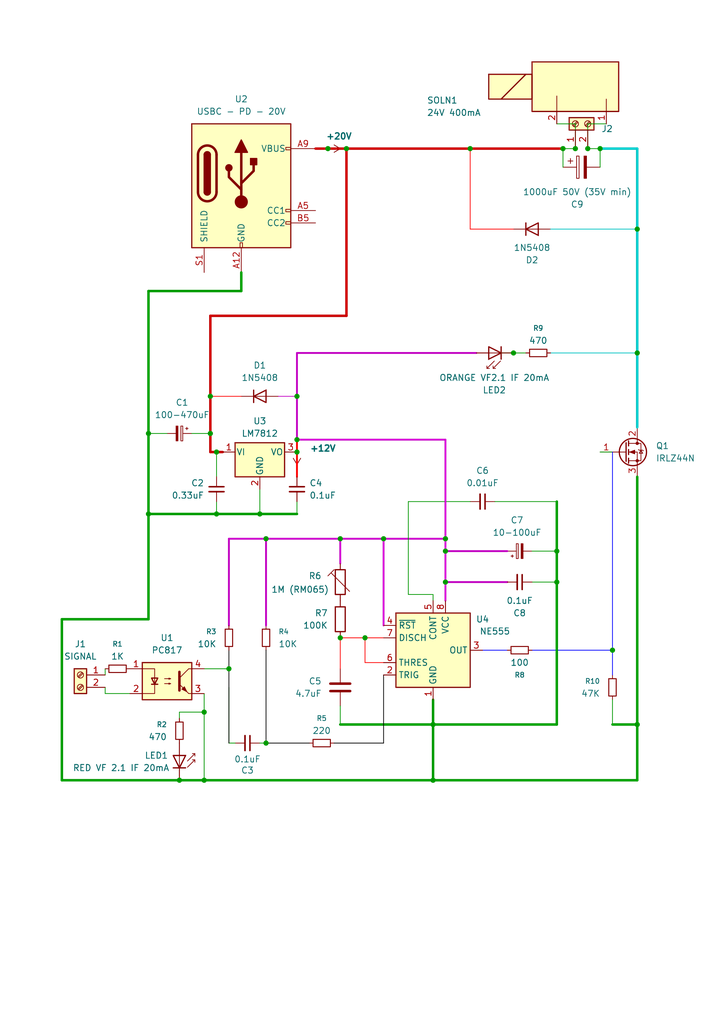
<source format=kicad_sch>
(kicad_sch (version 20250114) (generator "eeschema") (generator_version "9.0")
  (paper "A5" portrait)
  (title_block (title "Pinewood Derby Starting Gate Solenoid") (date "2026-02-03") (rev "15") (company "Leon Springs Baptist Church AWANA Program") (comment 1 "Signal 9V Battery (3V-12V) ( Isolated via Optocoupler )") (comment 2 "Relay Timer Trimmer: 50ms - 5.2s") (comment 3 "USBC Power 65W ( Min 45W ) ") (comment 4 "Solenoid  24V 400mA  ( Max 24V 2A )"))
  (lib_symbols
    (symbol "Connector:Screw_Terminal_01x02" (pin_names (offset 1.016) (hide yes))
      (property "Reference" "J" (at 0 2.54 0))
      (property "Value" "Screw_Terminal_01x02" (at 0 -5.08 0))
      (symbol "Screw_Terminal_01x02_1_1"
        (rectangle (start -1.27 1.27) (end 1.27 -3.81) (stroke (width 0.254)) (fill (type background)))
        (polyline (pts (xy -0.5334 0.3302) (xy 0.3302 -0.508)) (stroke (width 0.1524)))
        (polyline (pts (xy -0.5334 -2.2098) (xy 0.3302 -3.048)) (stroke (width 0.1524)))
        (polyline (pts (xy -0.3556 0.508) (xy 0.508 -0.3302)) (stroke (width 0.1524)))
        (polyline (pts (xy -0.3556 -2.032) (xy 0.508 -2.8702)) (stroke (width 0.1524)))
        (circle (center 0 0) (radius 0.635) (stroke (width 0.1524)))
        (circle (center 0 -2.54) (radius 0.635) (stroke (width 0.1524)))
        (pin passive line (at -5.08 0 0) (length 3.81) (name "Pin_1") (number "1"))
        (pin passive line (at -5.08 -2.54 0) (length 3.81) (name "Pin_2") (number "2"))
      )
    )
    (symbol "Connector:USB_C_Receptacle_PowerOnly_6P" (pin_names (offset 1.016))
      (property "Reference" "J" (at 0 16.51 0))
      (property "Value" "USB_C_Receptacle_PowerOnly_6P" (at 0 13.97 0))
      (symbol "USB_C_Receptacle_PowerOnly_6P_0_0"
        (rectangle (start -0.254 -12.7) (end 0.254 -11.684))
        (rectangle (start 10.16 7.874) (end 9.144 7.366))
        (rectangle (start 10.16 -4.826) (end 9.144 -5.334))
        (rectangle (start 10.16 -7.366) (end 9.144 -7.874))
      )
      (symbol "USB_C_Receptacle_PowerOnly_6P_0_1"
        (rectangle (start -10.16 12.7) (end 10.16 -12.7) (stroke (width 0.254)) (fill (type background)))
        (polyline (pts (xy -8.89 -1.27) (xy -8.89 6.35)) (stroke (width 0.508)))
        (rectangle (start -7.62 -1.27) (end -6.35 6.35) (stroke (width 0.254)) (fill (type outline)))
        (arc (start -7.62 6.35) (mid -6.985 6.9823) (end -6.35 6.35) (stroke (width 0.254)))
        (arc (start -7.62 6.35) (mid -6.985 6.9823) (end -6.35 6.35) (stroke (width 0.254)) (fill (type outline)))
        (arc (start -8.89 6.35) (mid -6.985 8.2467) (end -5.08 6.35) (stroke (width 0.508)))
        (arc (start -5.08 -1.27) (mid -6.985 -3.1667) (end -8.89 -1.27) (stroke (width 0.508)))
        (arc (start -6.35 -1.27) (mid -6.985 -1.9023) (end -7.62 -1.27) (stroke (width 0.254)))
        (arc (start -6.35 -1.27) (mid -6.985 -1.9023) (end -7.62 -1.27) (stroke (width 0.254)) (fill (type outline)))
        (polyline (pts (xy -5.08 6.35) (xy -5.08 -1.27)) (stroke (width 0.508)))
        (circle (center -2.54 3.683) (radius 0.635) (stroke (width 0.254)) (fill (type outline)))
        (polyline (pts (xy -1.27 6.858) (xy 0 9.398) (xy 1.27 6.858) (xy -1.27 6.858)) (stroke (width 0.254)) (fill (type outline)))
        (polyline (pts (xy 0 0.508) (xy 2.54 3.048) (xy 2.54 4.318)) (stroke (width 0.508)))
        (polyline (pts (xy 0 -0.762) (xy -2.54 1.778) (xy -2.54 3.048)) (stroke (width 0.508)))
        (polyline (pts (xy 0 -3.302) (xy 0 6.858)) (stroke (width 0.508)))
        (circle (center 0 -3.302) (radius 1.27) (fill (type outline)))
        (rectangle (start 1.905 4.318) (end 3.175 5.588) (stroke (width 0.254)) (fill (type outline)))
      )
      (symbol "USB_C_Receptacle_PowerOnly_6P_1_1"
        (pin passive line (at -7.62 -17.78 90) (length 5.08) (name "SHIELD") (number "S1"))
        (pin passive line (at 0 -17.78 90) (length 5.08) (name "GND") (number "A12"))
        (pin passive line (at 0 -17.78 90) (length 5.08) (hide yes) (name "GND") (number "B12"))
        (pin passive line (at 15.24 7.62 180) (length 5.08) (name "VBUS") (number "A9"))
        (pin passive line (at 15.24 7.62 180) (length 5.08) (hide yes) (name "VBUS") (number "B9"))
        (pin bidirectional line (at 15.24 -5.08 180) (length 5.08) (name "CC1") (number "A5"))
        (pin bidirectional line (at 15.24 -7.62 180) (length 5.08) (name "CC2") (number "B5"))
      )
    )
    (symbol "Device:C" (pin_numbers (hide yes)) (pin_names (offset 0.254))
      (property "Reference" "C" (at 0.635 2.54 0))
      (property "Value" "C" (at 0.635 -2.54 0))
      (symbol "C_0_1"
        (polyline (pts (xy -2.032 0.762) (xy 2.032 0.762)) (stroke (width 0.508)))
        (polyline (pts (xy -2.032 -0.762) (xy 2.032 -0.762)) (stroke (width 0.508)))
      )
      (symbol "C_1_1"
        (pin passive line (at 0 3.81 270) (length 2.794) (name "~") (number "1"))
        (pin passive line (at 0 -3.81 90) (length 2.794) (name "~") (number "2"))
      )
    )
    (symbol "Device:C_Polarized" (pin_numbers (hide yes)) (pin_names (offset 0.254))
      (property "Reference" "C" (at 0.635 2.54 0))
      (property "Value" "C_Polarized" (at 0.635 -2.54 0))
      (symbol "C_Polarized_0_1"
        (rectangle (start -2.286 0.508) (end 2.286 1.016))
        (polyline (pts (xy -1.778 2.286) (xy -0.762 2.286)))
        (polyline (pts (xy -1.27 2.794) (xy -1.27 1.778)))
        (rectangle (start 2.286 -0.508) (end -2.286 -1.016) (fill (type outline)))
      )
      (symbol "C_Polarized_1_1"
        (pin passive line (at 0 3.81 270) (length 2.794) (name "~") (number "1"))
        (pin passive line (at 0 -3.81 90) (length 2.794) (name "~") (number "2"))
      )
    )
    (symbol "Device:C_Polarized_Small" (pin_numbers (hide yes)) (pin_names (offset 0.254) (hide yes))
      (property "Reference" "C" (at 0.254 1.778 0))
      (property "Value" "C_Polarized_Small" (at 0.254 -2.032 0))
      (symbol "C_Polarized_Small_0_1"
        (rectangle (start -1.524 0.6858) (end 1.524 0.3048))
        (rectangle (start -1.524 -0.3048) (end 1.524 -0.6858) (fill (type outline)))
        (polyline (pts (xy -1.27 1.524) (xy -0.762 1.524)))
        (polyline (pts (xy -1.016 1.27) (xy -1.016 1.778)))
      )
      (symbol "C_Polarized_Small_1_1"
        (pin passive line (at 0 2.54 270) (length 1.8542) (name "~") (number "1"))
        (pin passive line (at 0 -2.54 90) (length 1.8542) (name "~") (number "2"))
      )
    )
    (symbol "Device:C_Small" (pin_numbers (hide yes)) (pin_names (offset 0.254) (hide yes))
      (property "Reference" "C" (at 0.254 1.778 0))
      (property "Value" "C_Small" (at 0.254 -2.032 0))
      (symbol "C_Small_0_1"
        (polyline (pts (xy -1.524 0.508) (xy 1.524 0.508)) (stroke (width 0.3048)))
        (polyline (pts (xy -1.524 -0.508) (xy 1.524 -0.508)) (stroke (width 0.3302)))
      )
      (symbol "C_Small_1_1"
        (pin passive line (at 0 2.54 270) (length 2.032) (name "~") (number "1"))
        (pin passive line (at 0 -2.54 90) (length 2.032) (name "~") (number "2"))
      )
    )
    (symbol "Device:R" (pin_numbers (hide yes)) (pin_names (offset 0))
      (property "Reference" "R" (at 2.032 0 90))
      (property "Value" "R" (at 0 0 90))
      (symbol "R_0_1"
        (rectangle (start -1.016 -2.54) (end 1.016 2.54) (stroke (width 0.254)))
      )
      (symbol "R_1_1"
        (pin passive line (at 0 3.81 270) (length 1.27) (name "~") (number "1"))
        (pin passive line (at 0 -3.81 90) (length 1.27) (name "~") (number "2"))
      )
    )
    (symbol "Device:R_Small" (pin_numbers (hide yes)) (pin_names (offset 0.254) (hide yes))
      (property "Reference" "R" (at 0 0 90))
      (property "Value" "R_Small" (at 1.778 0 90))
      (symbol "R_Small_0_1"
        (rectangle (start -0.762 1.778) (end 0.762 -1.778) (stroke (width 0.2032)))
      )
      (symbol "R_Small_1_1"
        (pin passive line (at 0 2.54 270) (length 0.762) (name "~") (number "1"))
        (pin passive line (at 0 -2.54 90) (length 0.762) (name "~") (number "2"))
      )
    )
    (symbol "Device:R_Trim" (pin_numbers (hide yes)) (pin_names (offset 0))
      (property "Reference" "R" (at 2.54 -2.54 90))
      (property "Value" "R_Trim" (at -2.54 -0.635 90))
      (symbol "R_Trim_0_1"
        (polyline (pts (xy -1.905 -1.905) (xy 1.905 1.905) (xy 2.54 1.27) (xy 1.27 2.54)))
        (rectangle (start -1.016 -2.54) (end 1.016 2.54) (stroke (width 0.254)))
      )
      (symbol "R_Trim_1_1"
        (pin passive line (at 0 3.81 270) (length 1.27) (name "~") (number "1"))
        (pin passive line (at 0 -3.81 90) (length 1.27) (name "~") (number "2"))
      )
    )
    (symbol "Diode:1N4007" (pin_numbers (hide yes)) (pin_names (hide yes))
      (property "Reference" "D" (at 0 2.54 0))
      (property "Value" "1N4007" (at 0 -2.54 0))
      (symbol "1N4007_0_1"
        (polyline (pts (xy -1.27 1.27) (xy -1.27 -1.27)) (stroke (width 0.254)))
        (polyline (pts (xy 1.27 1.27) (xy 1.27 -1.27) (xy -1.27 0) (xy 1.27 1.27)) (stroke (width 0.254)))
        (polyline (pts (xy 1.27 0) (xy -1.27 0)))
      )
      (symbol "1N4007_1_1"
        (pin passive line (at -3.81 0 0) (length 2.54) (name "K") (number "1"))
        (pin passive line (at 3.81 0 180) (length 2.54) (name "A") (number "2"))
      )
    )
    (symbol "Isolator:PC817" (pin_names (offset 1.016))
      (property "Reference" "U" (at -5.08 5.08 0))
      (property "Value" "PC817" (at 0 5.08 0))
      (symbol "PC817_0_1"
        (rectangle (start -5.08 3.81) (end 5.08 -3.81) (stroke (width 0.254)) (fill (type background)))
        (polyline (pts (xy -5.08 2.54) (xy -2.54 2.54) (xy -2.54 -0.635)))
        (polyline (pts (xy -3.175 -0.635) (xy -1.905 -0.635)) (stroke (width 0.254)))
        (polyline (pts (xy -2.54 -0.635) (xy -2.54 -2.54) (xy -5.08 -2.54)))
        (polyline (pts (xy -2.54 -0.635) (xy -3.175 0.635) (xy -1.905 0.635) (xy -2.54 -0.635)) (stroke (width 0.254)))
        (polyline (pts (xy -0.508 0.508) (xy 0.762 0.508) (xy 0.381 0.381) (xy 0.381 0.635) (xy 0.762 0.508)))
        (polyline (pts (xy -0.508 -0.508) (xy 0.762 -0.508) (xy 0.381 -0.635) (xy 0.381 -0.381) (xy 0.762 -0.508)))
        (polyline (pts (xy 2.54 1.905) (xy 2.54 -1.905)) (stroke (width 0.508)))
        (polyline (pts (xy 2.54 0.635) (xy 4.445 2.54)))
        (polyline (pts (xy 3.048 -1.651) (xy 3.556 -1.143) (xy 4.064 -2.159) (xy 3.048 -1.651)) (fill (type outline)))
        (polyline (pts (xy 4.445 2.54) (xy 5.08 2.54)))
        (polyline (pts (xy 4.445 -2.54) (xy 2.54 -0.635)) (fill (type outline)))
        (polyline (pts (xy 4.445 -2.54) (xy 5.08 -2.54)))
      )
      (symbol "PC817_1_1"
        (pin passive line (at -7.62 2.54 0) (length 2.54) (name "~") (number "1"))
        (pin passive line (at -7.62 -2.54 0) (length 2.54) (name "~") (number "2"))
        (pin passive line (at 7.62 2.54 180) (length 2.54) (name "~") (number "4"))
        (pin passive line (at 7.62 -2.54 180) (length 2.54) (name "~") (number "3"))
      )
    )
    (symbol "LED:TSAL4400" (pin_numbers (hide yes)) (pin_names (offset 1.016) (hide yes))
      (property "Reference" "D" (at 0.508 1.778 0))
      (property "Value" "TSAL4400" (at -1.016 -2.794 0))
      (symbol "TSAL4400_0_1"
        (polyline (pts (xy -2.54 1.27) (xy -2.54 -1.27)) (stroke (width 0.254)))
        (polyline (pts (xy -2.413 1.651) (xy -0.889 3.175) (xy -0.889 2.667) (xy -0.889 3.175) (xy -1.397 3.175)))
        (polyline (pts (xy -1.143 1.651) (xy 0.381 3.175) (xy 0.381 2.667)))
        (polyline (pts (xy 0 1.27) (xy -2.54 0) (xy 0 -1.27) (xy 0 1.27)) (stroke (width 0.254)))
        (polyline (pts (xy 0 0) (xy -2.54 0)))
        (polyline (pts (xy 0.381 3.175) (xy -0.127 3.175)))
      )
      (symbol "TSAL4400_1_1"
        (pin passive line (at -5.08 0 0) (length 2.54) (name "K") (number "1"))
        (pin passive line (at 2.54 0 180) (length 2.54) (name "A") (number "2"))
      )
    )
    (symbol "Regulator_Linear:LM7812_TO220" (pin_names (offset 0.254))
      (property "Reference" "U" (at -3.81 3.175 0))
      (property "Value" "LM7812_TO220" (at 0 3.175 0))
      (symbol "LM7812_TO220_0_1"
        (rectangle (start -5.08 1.905) (end 5.08 -5.08) (stroke (width 0.254)) (fill (type background)))
      )
      (symbol "LM7812_TO220_1_1"
        (pin power_in line (at -7.62 0 0) (length 2.54) (name "VI") (number "1"))
        (pin power_in line (at 0 -7.62 90) (length 2.54) (name "GND") (number "2"))
        (pin power_out line (at 7.62 0 180) (length 2.54) (name "VO") (number "3"))
      )
    )
    (symbol "Solenoid:SOLxx-Axx-Vxx"
      (property "Reference" "SOLN" (at 10.16 3.81 0) (show_name))
      (property "Value" "SOLNxx-Axx-Vxx" (at 10.16 1.27 0))
      (symbol "SOLxx-Axx-Vxx_0_1"
        (rectangle (start -17.78 2.54) (end -8.89 -2.54) (stroke (width 0.254)) (fill (type background)))
        (polyline (pts (xy -15.24 -2.54) (xy -10.16 2.54)) (stroke (width 0.254)))
        (rectangle (start -8.89 5.08) (end 8.89 -5.08) (stroke (width 0.254)) (fill (type background)))
        (polyline (pts (xy -3.81 -5.08) (xy -3.81 -1.905)))
        (polyline (pts (xy 6.35 -2.54) (xy 6.35 -5.08)))
      )
      (symbol "SOLxx-Axx-Vxx_1_1"
        (pin passive line (at -3.81 -7.62 90) (length 2.54) (name "~") (number "2"))
        (pin passive line (at 6.35 -7.62 90) (length 2.54) (name "~") (number "1"))
        (pin passive line (at 6.35 -7.62 90) (length 2.54) (hide yes) (name "~") (number "14"))
      )
    )
    (symbol "Timer:NA555D"
      (property "Reference" "U" (at -10.16 8.89 0))
      (property "Value" "NA555D" (at 2.54 8.89 0))
      (symbol "NA555D_0_0"
        (pin power_in line (at 0 -10.16 90) (length 2.54) (name "GND") (number "1"))
        (pin power_in line (at 2.54 10.16 270) (length 2.54) (name "VCC") (number "8"))
      )
      (symbol "NA555D_0_1"
        (rectangle (start -7.62 7.62) (end 7.62 -7.62) (stroke (width 0.254)) (fill (type background)))
      )
      (symbol "NA555D_1_1"
        (pin input line (at -10.16 5.08 0) (length 2.54) (name "~{RST}") (number "4"))
        (pin input line (at -10.16 2.54 0) (length 2.54) (name "DISCH") (number "7"))
        (pin input line (at -10.16 -2.54 0) (length 2.54) (name "THRES") (number "6"))
        (pin input line (at -10.16 -5.08 0) (length 2.54) (name "TRIG") (number "2"))
        (pin open_collector line (at 0 10.16 270) (length 2.54) (name "CONT") (number "5"))
        (pin output line (at 10.16 0 180) (length 2.54) (name "OUT") (number "3"))
      )
    )
    (symbol "Transistor_FET:IRLZ44N" (pin_names (hide yes))
      (property "Reference" "Q" (at 5.08 1.905 0))
      (property "Value" "IRLZ44N" (at 5.08 0 0))
      (symbol "IRLZ44N_0_1"
        (polyline (pts (xy 0.254 1.905) (xy 0.254 -1.905)) (stroke (width 0.254)))
        (polyline (pts (xy 0.254 0) (xy -2.54 0)))
        (polyline (pts (xy 0.762 2.286) (xy 0.762 1.27)) (stroke (width 0.254)))
        (polyline (pts (xy 0.762 0.508) (xy 0.762 -0.508)) (stroke (width 0.254)))
        (polyline (pts (xy 0.762 -1.27) (xy 0.762 -2.286)) (stroke (width 0.254)))
        (polyline (pts (xy 0.762 -1.778) (xy 3.302 -1.778) (xy 3.302 1.778) (xy 0.762 1.778)))
        (polyline (pts (xy 1.016 0) (xy 2.032 0.381) (xy 2.032 -0.381) (xy 1.016 0)) (fill (type outline)))
        (circle (center 1.651 0) (radius 2.794) (stroke (width 0.254)))
        (polyline (pts (xy 2.54 2.54) (xy 2.54 1.778)))
        (circle (center 2.54 1.778) (radius 0.254) (fill (type outline)))
        (circle (center 2.54 -1.778) (radius 0.254) (fill (type outline)))
        (polyline (pts (xy 2.54 -2.54) (xy 2.54 0) (xy 0.762 0)))
        (polyline (pts (xy 2.794 0.508) (xy 2.921 0.381) (xy 3.683 0.381) (xy 3.81 0.254)))
        (polyline (pts (xy 3.302 0.381) (xy 2.921 -0.254) (xy 3.683 -0.254) (xy 3.302 0.381)))
      )
      (symbol "IRLZ44N_1_1"
        (pin input line (at -5.08 0 0) (length 2.54) (name "G") (number "1"))
        (pin passive line (at 2.54 5.08 270) (length 2.54) (name "D") (number "2"))
        (pin passive line (at 2.54 -5.08 90) (length 2.54) (name "S") (number "3"))
      )
    )
    (symbol "power:+10V" (power) (pin_numbers (hide yes)) (pin_names (offset 0) (hide yes))
      (property "Value" "+10V" (at 0 3.556 0))
      (symbol "+10V_0_1"
        (polyline (pts (xy -0.762 1.27) (xy 0 2.54)))
        (polyline (pts (xy 0 2.54) (xy 0.762 1.27)))
        (polyline (pts (xy 0 0) (xy 0 2.54)))
      )
      (symbol "+10V_1_1"
        (pin power_in line (at 0 0 90) (length 0) (name "~") (number "1"))
      )
    )
    (symbol "power:+12V" (power) (pin_numbers (hide yes)) (pin_names (offset 0) (hide yes))
      (property "Value" "+12V" (at 0 3.556 0))
      (symbol "+12V_0_1"
        (polyline (pts (xy -0.762 1.27) (xy 0 2.54)))
        (polyline (pts (xy 0 2.54) (xy 0.762 1.27)))
        (polyline (pts (xy 0 0) (xy 0 2.54)))
      )
      (symbol "+12V_1_1"
        (pin power_in line (at 0 0 90) (length 0) (name "~") (number "1"))
      )
    )
  )
  (junction (at 41.91 160.02))
  (junction (at 67.31 30.48))
  (junction (at 44.45 105.41))
  (junction (at 120.65 30.48))
  (junction (at 41.91 146.05))
  (junction (at 36.83 160.02))
  (junction (at 130.81 46.99))
  (junction (at 30.48 88.9))
  (junction (at 78.74 110.49))
  (junction (at 105.41 72.39))
  (junction (at 88.9 160.02))
  (junction (at 71.12 30.48))
  (junction (at 30.48 105.41))
  (junction (at 130.81 148.59))
  (junction (at 69.85 130.81))
  (junction (at 125.73 133.35))
  (junction (at 74.93 130.81))
  (junction (at 114.3 113.03))
  (junction (at 130.81 72.39))
  (junction (at 60.96 81.28))
  (junction (at 88.9 148.59))
  (junction (at 43.18 88.9))
  (junction (at 60.96 90.17))
  (junction (at 53.34 105.41))
  (junction (at 91.44 119.38))
  (junction (at 43.18 81.28))
  (junction (at 96.52 30.48))
  (junction (at 91.44 110.49))
  (junction (at 46.99 137.16))
  (junction (at 60.96 92.71))
  (junction (at 91.44 113.03))
  (junction (at 69.85 110.49))
  (junction (at 118.11 30.48))
  (junction (at 54.61 152.4))
  (junction (at 115.57 30.48))
  (junction (at 114.3 119.38))
  (junction (at 123.19 30.48))
  (junction (at 54.61 110.49))
  (junction (at 44.45 92.71))
  (wire (pts (xy 114.3 119.38) (xy 114.3 148.59)) (stroke (width 0.508)))
  (wire (pts (xy 88.9 148.59) (xy 114.3 148.59)) (stroke (width 0.508)))
  (wire (pts (xy 30.48 105.41) (xy 30.48 127)) (stroke (width 0.508)))
  (wire (pts (xy 41.91 137.16) (xy 46.99 137.16)))
  (wire (pts (xy 88.9 160.02) (xy 130.81 160.02)) (stroke (width 0.508)))
  (wire (pts (xy 41.91 142.24) (xy 41.91 146.05)))
  (wire (pts (xy 12.7 127) (xy 12.7 160.02)) (stroke (width 0.508)))
  (wire (pts (xy 113.03 46.99) (xy 130.81 46.99)) (stroke (width 0) (color 0 194 194 1)))
  (wire (pts (xy 91.44 119.38) (xy 104.14 119.38)) (stroke (width 0.381) (color 194 0 194 1)))
  (wire (pts (xy 123.19 30.48) (xy 123.19 34.29)))
  (wire (pts (xy 105.41 46.99) (xy 96.52 46.99)) (stroke (width 0) (color 255 0 0 1)))
  (wire (pts (xy 54.61 128.27) (xy 54.61 110.49)) (stroke (width 0.381) (color 194 0 194 1)))
  (wire (pts (xy 78.74 135.89) (xy 74.93 135.89)) (stroke (width 0) (color 255 0 0 1)))
  (wire (pts (xy 69.85 110.49) (xy 69.85 115.57)) (stroke (width 0.381) (color 194 0 194 1)))
  (wire (pts (xy 21.59 137.16) (xy 21.59 138.43)))
  (wire (pts (xy 118.11 25.4) (xy 118.11 30.48)))
  (wire (pts (xy 125.73 92.71) (xy 125.73 133.35)) (stroke (width 0) (color 0 0 255 1)))
  (wire (pts (xy 130.81 87.63) (xy 130.81 72.39)) (stroke (width 0.508) (color 0 194 194 1)))
  (wire (pts (xy 69.85 130.81) (xy 69.85 137.16)) (stroke (width 0) (color 255 0 0 1)))
  (wire (pts (xy 114.3 25.4) (xy 118.11 25.4)))
  (wire (pts (xy 123.19 30.48) (xy 120.65 30.48)))
  (wire (pts (xy 43.18 81.28) (xy 49.53 81.28)) (stroke (width 0) (color 255 0 0 1)))
  (wire (pts (xy 12.7 160.02) (xy 36.83 160.02)) (stroke (width 0.508)))
  (wire (pts (xy 53.34 105.41) (xy 60.96 105.41)) (stroke (width 0.508)))
  (wire (pts (xy 36.83 146.05) (xy 41.91 146.05)))
  (wire (pts (xy 78.74 110.49) (xy 78.74 128.27)) (stroke (width 0.381) (color 194 0 194 1)))
  (wire (pts (xy 91.44 90.17) (xy 91.44 110.49)) (stroke (width 0.381) (color 194 0 194 1)))
  (wire (pts (xy 130.81 46.99) (xy 130.81 30.48)) (stroke (width 0.508) (color 0 194 194 1)))
  (wire (pts (xy 46.99 133.35) (xy 46.99 137.16)) (stroke (width 0) (color 0 0 0 1)))
  (wire (pts (xy 60.96 81.28) (xy 60.96 90.17)) (stroke (width 0.381) (color 194 0 194 1)))
  (wire (pts (xy 91.44 90.17) (xy 60.96 90.17)) (stroke (width 0.381) (color 194 0 194 1)))
  (wire (pts (xy 115.57 30.48) (xy 118.11 30.48)))
  (wire (pts (xy 78.74 110.49) (xy 91.44 110.49)) (stroke (width 0.381) (color 194 0 194 1)))
  (wire (pts (xy 109.22 113.03) (xy 114.3 113.03)))
  (wire (pts (xy 91.44 113.03) (xy 91.44 110.49)) (stroke (width 0.381) (color 194 0 194 1)))
  (wire (pts (xy 49.53 59.69) (xy 30.48 59.69)) (stroke (width 0.508)))
  (wire (pts (xy 53.34 152.4) (xy 54.61 152.4)))
  (wire (pts (xy 44.45 92.71) (xy 44.45 97.79)))
  (wire (pts (xy 54.61 110.49) (xy 69.85 110.49)) (stroke (width 0.381) (color 194 0 194 1)))
  (wire (pts (xy 36.83 146.05) (xy 36.83 147.32)))
  (wire (pts (xy 130.81 30.48) (xy 123.19 30.48)) (stroke (width 0.508) (color 0 194 194 1)))
  (wire (pts (xy 44.45 102.87) (xy 44.45 105.41)))
  (wire (pts (xy 120.65 30.48) (xy 120.65 25.4)))
  (wire (pts (xy 41.91 160.02) (xy 45.72 160.02)))
  (wire (pts (xy 125.73 92.71) (xy 123.19 92.71)))
  (wire (pts (xy 43.18 92.71) (xy 43.18 88.9)) (stroke (width 0.508) (color 194 0 0 1)))
  (wire (pts (xy 96.52 46.99) (xy 96.52 30.48)) (stroke (width 0) (color 255 0 0 1)))
  (wire (pts (xy 64.77 30.48) (xy 67.31 30.48)) (stroke (width 0.508) (color 194 0 0 1)))
  (wire (pts (xy 46.99 110.49) (xy 54.61 110.49)) (stroke (width 0.381) (color 194 0 194 1)))
  (wire (pts (xy 125.73 133.35) (xy 125.73 138.43)) (stroke (width 0) (color 0 0 255 1)))
  (wire (pts (xy 54.61 152.4) (xy 63.5 152.4)) (stroke (width 0) (color 0 0 0 1)))
  (wire (pts (xy 125.73 143.51) (xy 125.73 148.59)))
  (wire (pts (xy 39.37 88.9) (xy 43.18 88.9)))
  (wire (pts (xy 54.61 133.35) (xy 54.61 152.4)) (stroke (width 0) (color 0 0 0 1)))
  (wire (pts (xy 46.99 110.49) (xy 46.99 128.27)) (stroke (width 0.381) (color 194 0 194 1)))
  (wire (pts (xy 105.41 72.39) (xy 107.95 72.39)))
  (wire (pts (xy 30.48 59.69) (xy 30.48 88.9)) (stroke (width 0.508)))
  (wire (pts (xy 43.18 92.71) (xy 44.45 92.71)) (stroke (width 0.508) (color 194 0 0 1)))
  (wire (pts (xy 60.96 72.39) (xy 60.96 81.28)) (stroke (width 0.381) (color 194 0 194 1)))
  (wire (pts (xy 68.58 152.4) (xy 78.74 152.4)) (stroke (width 0) (color 0 0 0 1)))
  (wire (pts (xy 53.34 105.41) (xy 53.34 100.33)))
  (wire (pts (xy 91.44 119.38) (xy 91.44 123.19)) (stroke (width 0.381) (color 194 0 194 1)))
  (wire (pts (xy 91.44 113.03) (xy 104.14 113.03)) (stroke (width 0.381) (color 194 0 194 1)))
  (wire (pts (xy 102.87 72.39) (xy 105.41 72.39)))
  (wire (pts (xy 57.15 81.28) (xy 60.96 81.28)) (stroke (width 0) (color 194 0 194 1)))
  (wire (pts (xy 88.9 143.51) (xy 88.9 148.59)) (stroke (width 0.508)))
  (wire (pts (xy 74.93 135.89) (xy 74.93 130.81)) (stroke (width 0) (color 255 0 0 1)))
  (wire (pts (xy 30.48 88.9) (xy 34.29 88.9)))
  (wire (pts (xy 60.96 90.17) (xy 60.96 92.71)) (stroke (width 0.381) (color 255 0 0 1)))
  (wire (pts (xy 99.06 133.35) (xy 104.14 133.35)) (stroke (width 0) (color 0 0 255 1)))
  (wire (pts (xy 69.85 148.59) (xy 88.9 148.59)) (stroke (width 0.508)))
  (wire (pts (xy 109.22 119.38) (xy 114.3 119.38)))
  (wire (pts (xy 69.85 110.49) (xy 78.74 110.49)) (stroke (width 0.381) (color 194 0 194 1)))
  (wire (pts (xy 26.67 142.24) (xy 21.59 142.24)))
  (wire (pts (xy 78.74 138.43) (xy 78.74 152.4)) (stroke (width 0) (color 0 0 0 1)))
  (wire (pts (xy 46.99 137.16) (xy 46.99 152.4)) (stroke (width 0) (color 0 0 0 1)))
  (wire (pts (xy 43.18 81.28) (xy 43.18 64.77)) (stroke (width 0.508) (color 194 0 0 1)))
  (wire (pts (xy 130.81 148.59) (xy 130.81 160.02)) (stroke (width 0.508)))
  (wire (pts (xy 101.6 102.87) (xy 114.3 102.87)))
  (wire (pts (xy 43.18 64.77) (xy 71.12 64.77)) (stroke (width 0.508) (color 194 0 0 1)))
  (wire (pts (xy 69.85 148.59) (xy 69.85 144.78)))
  (wire (pts (xy 83.82 102.87) (xy 96.52 102.87)))
  (wire (pts (xy 36.83 160.02) (xy 41.91 160.02)) (stroke (width 0.508)))
  (wire (pts (xy 44.45 92.71) (xy 45.72 92.71)) (stroke (width 0.508) (color 194 0 0 1)))
  (wire (pts (xy 71.12 30.48) (xy 96.52 30.48)) (stroke (width 0.508) (color 194 0 0 1)))
  (wire (pts (xy 60.96 102.87) (xy 60.96 105.41)))
  (wire (pts (xy 88.9 121.92) (xy 88.9 123.19)))
  (wire (pts (xy 30.48 88.9) (xy 30.48 105.41)) (stroke (width 0.508)))
  (wire (pts (xy 125.73 148.59) (xy 130.81 148.59)) (stroke (width 0.508)))
  (wire (pts (xy 36.83 160.02) (xy 41.91 160.02)))
  (wire (pts (xy 43.18 88.9) (xy 43.18 81.28)) (stroke (width 0.508) (color 194 0 0 1)))
  (wire (pts (xy 83.82 121.92) (xy 83.82 102.87)))
  (wire (pts (xy 49.53 55.88) (xy 49.53 59.69)) (stroke (width 0.508)))
  (wire (pts (xy 88.9 148.59) (xy 88.9 160.02)) (stroke (width 0.508)))
  (wire (pts (xy 125.73 133.35) (xy 109.22 133.35)) (stroke (width 0) (color 0 0 255 1)))
  (wire (pts (xy 44.45 105.41) (xy 53.34 105.41)) (stroke (width 0.508)))
  (wire (pts (xy 96.52 30.48) (xy 115.57 30.48)) (stroke (width 0.508) (color 194 0 0 1)))
  (wire (pts (xy 36.83 160.02) (xy 35.56 160.02)))
  (wire (pts (xy 83.82 121.92) (xy 88.9 121.92)))
  (wire (pts (xy 74.93 130.81) (xy 78.74 130.81)) (stroke (width 0) (color 255 0 0 1)))
  (wire (pts (xy 130.81 97.79) (xy 130.81 148.59)) (stroke (width 0.508)))
  (wire (pts (xy 60.96 92.71) (xy 60.96 97.79)) (stroke (width 0.381) (color 255 0 0 1)))
  (wire (pts (xy 67.31 30.48) (xy 71.12 30.48)) (stroke (width 0.508) (color 194 0 0 1)))
  (wire (pts (xy 46.99 140.97) (xy 46.99 152.4)))
  (wire (pts (xy 115.57 30.48) (xy 115.57 34.29)))
  (wire (pts (xy 91.44 113.03) (xy 91.44 119.38)) (stroke (width 0.381) (color 194 0 194 1)))
  (wire (pts (xy 120.65 25.4) (xy 124.46 25.4)))
  (wire (pts (xy 48.26 152.4) (xy 46.99 152.4)))
  (wire (pts (xy 30.48 127) (xy 12.7 127)) (stroke (width 0.508)))
  (wire (pts (xy 30.48 105.41) (xy 44.45 105.41)) (stroke (width 0.508)))
  (wire (pts (xy 114.3 113.03) (xy 114.3 119.38)) (stroke (width 0.508)))
  (wire (pts (xy 130.81 46.99) (xy 130.81 72.39)) (stroke (width 0.508) (color 0 194 194 1)))
  (wire (pts (xy 69.85 130.81) (xy 74.93 130.81)) (stroke (width 0) (color 255 0 0 1)))
  (wire (pts (xy 60.96 72.39) (xy 97.79 72.39)) (stroke (width 0.381) (color 194 0 194 1)))
  (wire (pts (xy 41.91 160.02) (xy 88.9 160.02)) (stroke (width 0.508)))
  (wire (pts (xy 71.12 64.77) (xy 71.12 30.48)) (stroke (width 0.508) (color 194 0 0 1)))
  (wire (pts (xy 114.3 102.87) (xy 114.3 113.03)) (stroke (width 0.508)))
  (wire (pts (xy 21.59 142.24) (xy 21.59 140.97)))
  (wire (pts (xy 41.91 146.05) (xy 41.91 160.02)))
  (wire (pts (xy 113.03 72.39) (xy 130.81 72.39)) (stroke (width 0) (color 0 194 194 1)))
  (symbol (lib_id "Device:C_Small") (at 60.96 100.33 0) (unit 1)
    (property "Reference" "C4" (at 63.5 99.0662 0) (effects (justify left)))
    (property "Value" "0.1uF" (at 63.5 101.6062 0) (effects (justify left)))
    (property "Description" "Unpolarized capacitor, small symbol" (effects (hide yes)))
  )
  (symbol (lib_id "power:+12V") (at 60.96 92.71 180) (unit 1)
    (property "Reference" "#PWR01" (effects (hide yes)))
    (property "Value" "+12V" (at 66.294 91.948 0) (effects (font (thickness 0.254) (bold yes))))
    (property "Description" "Power symbol creates a global label with name \"+12V\"" (effects (hide yes)))
  )
  (symbol (lib_id "Device:R_Small") (at 110.49 72.39 90) (unit 1)
    (property "Reference" "R9" (at 110.49 67.31 90) (effects (font (size 1.016 1.016))))
    (property "Value" "470" (at 110.49 69.85 90))
    (property "Description" "Resistor, small symbol" (effects (hide yes)))
  )
  (symbol (lib_id "LED:TSAL4400") (at 100.33 72.39 180) (unit 1)
    (property "Reference" "LED2" (at 101.473 80.01 0))
    (property "Value" "ORANGE VF2.1 IF 20mA" (at 101.473 77.47 0))
    (property "Footprint" "LED_THT:LED_D3.0mm_IRBlack" (effects (hide yes)))
    (property "Datasheet" "http://www.vishay.com/docs/81006/tsal4400.pdf" (effects (hide yes)))
    (property "Description" "Infrared LED , 3mm LED package" (effects (hide yes)))
  )
  (symbol (lib_id "Connector:USB_C_Receptacle_PowerOnly_6P") (at 49.53 38.1 0) (unit 1)
    (property "Reference" "U2" (at 49.53 20.32 0))
    (property "Value" "USBC - PD - 20V" (at 49.53 22.86 0))
    (property "Datasheet" "https://www.usb.org/sites/default/files/documents/usb_type-c.zip" (effects (hide yes)))
    (property "Description" "USB Power-Only 6P Type-C Receptacle connector" (effects (hide yes)))
    (property "Vendor Link" "https://a.co/d/ai6QLc4" (effects (hide yes)))
    (property "Vendor Summary" " AITRIP 2PCS 100W 5A USB-C Fast Charge USB-C PD QC DC 5V 9V 12V 15V 20V Adjustable Voltage Power Trigger Module 5A Type-C Female Input" (effects (hide yes)))
  )
  (symbol (lib_id "Device:C_Small") (at 50.8 152.4 270) (mirror x) (unit 1)
    (property "Reference" "C3" (at 50.8 157.988 90))
    (property "Value" "0.1uF" (at 50.8 155.702 90))
    (property "Description" "Unpolarized capacitor, small symbol" (effects (hide yes)))
  )
  (symbol (lib_id "power:+10V") (at 67.31 30.48 270) (unit 1)
    (property "Reference" "#PWR02" (effects (hide yes)))
    (property "Value" "+20V" (at 66.802 27.94 90) (effects (font (thickness 0.254) (bold yes)) (justify left)))
    (property "Description" "Power symbol creates a global label with name \"+10V\"" (effects (hide yes)))
  )
  (symbol (lib_id "Device:R") (at 69.85 127 0) (mirror y) (unit 1)
    (property "Reference" "R7" (at 67.31 125.7299 0) (effects (justify left)))
    (property "Value" "100K" (at 67.31 128.2699 0) (effects (justify left)))
    (property "Description" "Resistor" (effects (hide yes)))
  )
  (symbol (lib_id "Connector:Screw_Terminal_01x02") (at 118.11 25.4 90) (unit 1)
    (property "Reference" "J2" (at 123.444 26.416 90) (effects (justify right)))
    (property "Value" "Solenoid Terminal" (effects (hide yes)))
    (property "Description" "Generic screw terminal, single row, 01x02, script generated (kicad-library-utils/schlib/autogen/connector/)" (effects (hide yes)))
  )
  (symbol (lib_id "Device:C") (at 69.85 140.97 0) (mirror y) (unit 1)
    (property "Reference" "C5" (at 66.04 139.6999 0) (effects (justify left)))
    (property "Value" "4.7uF" (at 66.04 142.2399 0) (effects (justify left)))
    (property "Description" "Unpolarized capacitor" (effects (hide yes)))
  )
  (symbol (lib_id "Device:R_Small") (at 125.73 140.97 0) (mirror y) (unit 1)
    (property "Reference" "R10" (at 123.19 139.6999 0) (effects (font (size 1.016 1.016)) (justify left)))
    (property "Value" "47K" (at 123.19 142.2399 0) (effects (justify left)))
    (property "Description" "Resistor, small symbol" (effects (hide yes)))
  )
  (symbol (lib_id "Transistor_FET:IRLZ44N") (at 128.27 92.71 0) (unit 1)
    (property "Reference" "Q1" (at 134.62 91.4399 0) (effects (justify left)))
    (property "Value" "IRLZ44N" (at 134.62 93.9799 0) (effects (justify left)))
    (property "Footprint" "Package_TO_SOT_THT:TO-220-3_Vertical" (effects (hide yes)))
    (property "Datasheet" "http://www.irf.com/product-info/datasheets/data/irlz44n.pdf" (effects (hide yes)))
    (property "Description" "47A Id, 55V Vds, 22mOhm Rds Single N-Channel HEXFET Power MOSFET, TO-220AB" (effects (hide yes)))
  )
  (symbol (lib_id "Device:R_Small") (at 46.99 130.81 0) (mirror y) (unit 1)
    (property "Reference" "R3" (at 44.45 129.5399 0) (effects (font (size 1.016 1.016)) (justify left)))
    (property "Value" "10K" (at 44.45 132.0799 0) (effects (justify left)))
    (property "Description" "Resistor, small symbol" (effects (hide yes)))
  )
  (symbol (lib_id "Device:R_Small") (at 106.68 133.35 90) (mirror x) (unit 1)
    (property "Reference" "R8" (at 106.68 138.43 90) (effects (font (size 1.016 1.016))))
    (property "Value" "100" (at 106.68 135.89 90))
    (property "Description" "Resistor, small symbol" (effects (hide yes)))
  )
  (symbol (lib_id "Diode:1N4007") (at 109.22 46.99 0) (mirror x) (unit 1)
    (property "Reference" "D2" (at 109.22 53.34 0))
    (property "Value" "1N5408" (at 109.22 50.8 0))
    (property "Footprint" "Diode_THT:D_DO-41_SOD81_P10.16mm_Horizontal" (effects (hide yes)))
    (property "Datasheet" "http://www.vishay.com/docs/88503/1n4001.pdf" (effects (hide yes)))
    (property "Description" "1000V 1A General Purpose Rectifier Diode, DO-41" (effects (hide yes)))
    (property "Sim.Device" "D" (effects (hide yes)))
    (property "Sim.Pins" "1=K 2=A" (effects (hide yes)))
  )
  (symbol (lib_id "Regulator_Linear:LM7812_TO220") (at 53.34 92.71 0) (unit 1)
    (property "Reference" "U3" (at 53.34 86.36 0))
    (property "Value" "LM7812" (at 53.34 88.9 0))
    (property "Footprint" "Package_TO_SOT_THT:TO-220-3_Vertical" (effects (hide yes)))
    (property "Datasheet" "https://www.onsemi.cn/PowerSolutions/document/MC7800-D.PDF" (effects (hide yes)))
    (property "Description" "Positive 1A 35V Linear Regulator, Fixed Output 12V, TO-220" (effects (hide yes)))
  )
  (symbol (lib_id "Device:C_Small") (at 99.06 102.87 270) (unit 1)
    (property "Reference" "C6" (at 99.0536 96.52 90))
    (property "Value" "0.01uF" (at 99.0536 99.06 90))
    (property "Description" "Unpolarized capacitor, small symbol" (effects (hide yes)))
  )
  (symbol (lib_id "Device:R_Small") (at 24.13 137.16 90) (unit 1)
    (property "Reference" "R1" (at 24.13 132.08 90) (effects (font (size 1.016 1.016))))
    (property "Value" "1K" (at 24.13 134.62 90))
    (property "Description" "Resistor, small symbol" (effects (hide yes)))
  )
  (symbol (lib_id "Device:C_Small") (at 44.45 100.33 0) (mirror y) (unit 1)
    (property "Reference" "C2" (at 41.91 99.0662 0) (effects (justify left)))
    (property "Value" "0.33uF" (at 41.91 101.6062 0) (effects (justify left)))
    (property "Description" "Unpolarized capacitor, small symbol" (effects (hide yes)))
  )
  (symbol (lib_id "LED:TSAL4400") (at 36.83 154.94 270) (mirror x) (unit 1)
    (property "Reference" "LED1" (at 34.544 154.94 90) (effects (justify right)))
    (property "Value" "RED VF 2.1 IF 20mA" (at 34.798 157.48 90) (effects (justify right)))
    (property "Footprint" "LED_THT:LED_D3.0mm_IRBlack" (effects (hide yes)))
    (property "Datasheet" "http://www.vishay.com/docs/81006/tsal4400.pdf" (effects (hide yes)))
    (property "Description" "Infrared LED , 3mm LED package" (effects (hide yes)))
  )
  (symbol (lib_id "Device:C_Polarized") (at 119.38 34.29 90) (mirror x) (unit 1)
    (property "Reference" "C9" (at 118.491 41.91 90))
    (property "Value" "1000uF 50V (35V min)" (at 118.491 39.37 90))
    (property "Description" "Polarized capacitor" (effects (hide yes)))
  )
  (symbol (lib_id "Connector:Screw_Terminal_01x02") (at 16.51 138.43 0) (mirror y) (unit 1)
    (property "Reference" "J1" (at 16.51 132.08 0))
    (property "Value" "SIGNAL" (at 16.51 134.62 0))
    (property "Description" "Generic screw terminal, single row, 01x02, script generated (kicad-library-utils/schlib/autogen/connector/)" (effects (hide yes)))
  )
  (symbol (lib_id "Solenoid:SOLxx-Axx-Vxx") (at 118.11 17.78 0) (unit 1)
    (property "Reference" "SOLN1" (at 87.63 20.574 0) (effects (justify left)))
    (property "Value" "24V 400mA" (at 87.63 23.114 0) (effects (justify left)))
    (property "Description" "Push/Pull Solenoid" (effects (hide yes)))
    (property "Vendor Link" "https://a.co/d/3JgTAZF" (effects (hide yes)))
    (property "Vendor Summary" "MECCANIXITY DC 24V 0.4A Solenoid Electromagnet Push Pull Type 45N 10mm Stroke Solenoid Actuator Open Frame Linear Motion JF-Z05 Magnet Solenoid" (effects (hide yes)))
  )
  (symbol (lib_id "Diode:1N4007") (at 53.34 81.28 0) (unit 1)
    (property "Reference" "D1" (at 53.34 74.93 0))
    (property "Value" "1N5408" (at 53.34 77.47 0))
    (property "Footprint" "Diode_THT:D_DO-41_SOD81_P10.16mm_Horizontal" (effects (hide yes)))
    (property "Datasheet" "http://www.vishay.com/docs/88503/1n4001.pdf" (effects (hide yes)))
    (property "Description" "1000V 1A General Purpose Rectifier Diode, DO-41" (effects (hide yes)))
    (property "Sim.Device" "D" (effects (hide yes)))
    (property "Sim.Pins" "1=K 2=A" (effects (hide yes)))
  )
  (symbol (lib_id "Isolator:PC817") (at 34.29 139.7 0) (unit 1)
    (property "Reference" "U1" (at 34.29 130.81 0))
    (property "Value" "PC817" (at 34.29 133.35 0))
    (property "Footprint" "Package_DIP:DIP-4_W7.62mm" (effects (hide yes)))
    (property "Datasheet" "http://www.soselectronic.cz/a_info/resource/d/pc817.pdf" (effects (hide yes)))
    (property "Description" "DC Optocoupler, Vce 35V, CTR 50-300%, DIP-4" (effects (hide yes)))
  )
  (symbol (lib_id "Device:R_Small") (at 36.83 149.86 0) (mirror y) (unit 1)
    (property "Reference" "R2" (at 34.29 148.5899 0) (effects (font (size 1.016 1.016)) (justify left)))
    (property "Value" "470" (at 34.29 151.1299 0) (effects (justify left)))
    (property "Description" "Resistor, small symbol" (effects (hide yes)))
  )
  (symbol (lib_id "Device:R_Small") (at 54.61 130.81 0) (unit 1)
    (property "Reference" "R4" (at 57.15 129.5399 0) (effects (font (size 1.016 1.016)) (justify left)))
    (property "Value" "10K" (at 57.15 132.0799 0) (effects (justify left)))
    (property "Description" "Resistor, small symbol" (effects (hide yes)))
  )
  (symbol (lib_id "Device:R_Trim") (at 69.85 119.38 0) (mirror y) (unit 1)
    (property "Reference" "R6" (at 66.04 118.1099 0) (effects (justify left)))
    (property "Value" "1M (RM065)" (at 67.564 120.904 0) (effects (justify left)))
    (property "Description" "Trimmable resistor (preset resistor)" (effects (hide yes)))
  )
  (symbol (lib_id "Device:C_Small") (at 106.68 119.38 270) (mirror x) (unit 1)
    (property "Reference" "C8" (at 106.6736 125.73 90))
    (property "Value" "0.1uF" (at 106.6736 123.19 90))
    (property "Description" "Unpolarized capacitor, small symbol" (effects (hide yes)))
  )
  (symbol (lib_id "Device:C_Polarized_Small") (at 36.83 88.9 270) (unit 1)
    (property "Reference" "C1" (at 37.3761 82.55 90))
    (property "Value" "100-470uF" (at 37.3761 85.09 90))
    (property "Description" "Polarized capacitor, small symbol" (effects (hide yes)))
  )
  (symbol (lib_id "Device:C_Polarized_Small") (at 106.68 113.03 90) (unit 1)
    (property "Reference" "C7" (at 106.1339 106.68 90))
    (property "Value" "10-100uF" (at 106.1339 109.22 90))
    (property "Description" "Polarized capacitor, small symbol" (effects (hide yes)))
  )
  (symbol (lib_id "Timer:NA555D") (at 88.9 133.35 0) (unit 1)
    (property "Reference" "U4" (at 99.06 127 0))
    (property "Value" "NE555" (at 101.6 129.4698 0))
    (property "Footprint" "Package_SO:SOIC-8_3.9x4.9mm_P1.27mm" (effects (hide yes)))
    (property "Datasheet" "http://www.ti.com/lit/ds/symlink/ne555.pdf" (effects (hide yes)))
    (property "Description" "Precision Timers, 555 compatible, SOIC-8" (effects (hide yes)))
  )
  (symbol (lib_id "Device:R_Small") (at 66.04 152.4 270) (unit 1)
    (property "Reference" "R5" (at 66.04 147.32 90) (effects (font (size 1.016 1.016))))
    (property "Value" "220" (at 66.04 149.86 90))
    (property "Description" "Resistor, small symbol" (effects (hide yes)))
  )
)
</source>
